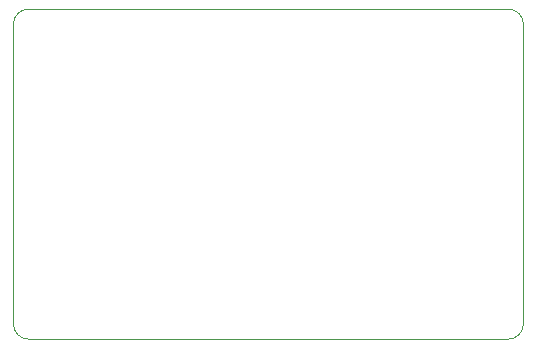
<source format=gbr>
G04 #@! TF.FileFunction,Profile,NP*
%FSLAX46Y46*%
G04 Gerber Fmt 4.6, Leading zero omitted, Abs format (unit mm)*
G04 Created by KiCad (PCBNEW 0.201502122346+5414~21~ubuntu14.04.1-product) date Fri 13 Feb 2015 11:21:42 AM PST*
%MOMM*%
G01*
G04 APERTURE LIST*
%ADD10C,0.100000*%
G04 APERTURE END LIST*
D10*
X93980000Y-100330000D02*
X93980000Y-125730000D01*
X90170000Y-99060000D02*
X92710000Y-99060000D01*
X93980000Y-100330000D02*
G75*
G03X92710000Y-99060000I-1270000J0D01*
G01*
X92710000Y-127000000D02*
G75*
G03X93980000Y-125730000I0J1270000D01*
G01*
X50800000Y-125730000D02*
G75*
G03X52070000Y-127000000I1270000J0D01*
G01*
X52070000Y-99060000D02*
G75*
G03X50800000Y-100330000I0J-1270000D01*
G01*
X92710000Y-127000000D02*
X52070000Y-127000000D01*
X52070000Y-99060000D02*
X90170000Y-99060000D01*
X50800000Y-125730000D02*
X50800000Y-100330000D01*
M02*

</source>
